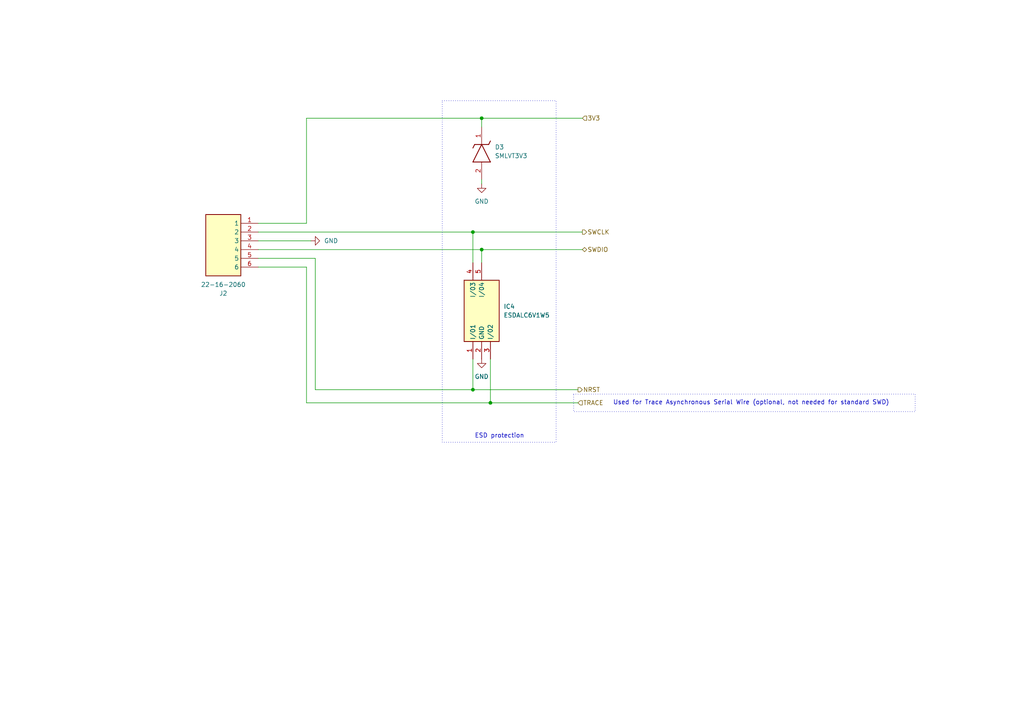
<source format=kicad_sch>
(kicad_sch
	(version 20231120)
	(generator "eeschema")
	(generator_version "8.0")
	(uuid "98f3aaa0-4aed-4c44-8cf2-e8a0100863ec")
	(paper "A4")
	(lib_symbols
		(symbol "SamacSys_Parts:22-16-2060"
			(exclude_from_sim no)
			(in_bom yes)
			(on_board yes)
			(property "Reference" "J"
				(at 16.51 7.62 0)
				(effects
					(font
						(size 1.27 1.27)
					)
					(justify left top)
				)
			)
			(property "Value" "22-16-2060"
				(at 16.51 5.08 0)
				(effects
					(font
						(size 1.27 1.27)
					)
					(justify left top)
				)
			)
			(property "Footprint" "22162060"
				(at 16.51 -94.92 0)
				(effects
					(font
						(size 1.27 1.27)
					)
					(justify left top)
					(hide yes)
				)
			)
			(property "Datasheet" "https://www.molex.com/content/dam/molex/molex-dot-com/products/automated/en-us/salesdrawingpdf/445/4455/022162060_sd.pdf?inline"
				(at 16.51 -194.92 0)
				(effects
					(font
						(size 1.27 1.27)
					)
					(justify left top)
					(hide yes)
				)
			)
			(property "Description" "CONNECTOR, RCPT, 6POS, 2.54MM"
				(at 0 0 0)
				(effects
					(font
						(size 1.27 1.27)
					)
					(hide yes)
				)
			)
			(property "Height" "8.71"
				(at 16.51 -394.92 0)
				(effects
					(font
						(size 1.27 1.27)
					)
					(justify left top)
					(hide yes)
				)
			)
			(property "Manufacturer_Name" "Molex"
				(at 16.51 -494.92 0)
				(effects
					(font
						(size 1.27 1.27)
					)
					(justify left top)
					(hide yes)
				)
			)
			(property "Manufacturer_Part_Number" "22-16-2060"
				(at 16.51 -594.92 0)
				(effects
					(font
						(size 1.27 1.27)
					)
					(justify left top)
					(hide yes)
				)
			)
			(property "Mouser Part Number" "538-22-16-2060"
				(at 16.51 -694.92 0)
				(effects
					(font
						(size 1.27 1.27)
					)
					(justify left top)
					(hide yes)
				)
			)
			(property "Mouser Price/Stock" "https://www.mouser.com/Search/Refine.aspx?Keyword=538-22-16-2060"
				(at 16.51 -794.92 0)
				(effects
					(font
						(size 1.27 1.27)
					)
					(justify left top)
					(hide yes)
				)
			)
			(property "Arrow Part Number" ""
				(at 16.51 -894.92 0)
				(effects
					(font
						(size 1.27 1.27)
					)
					(justify left top)
					(hide yes)
				)
			)
			(property "Arrow Price/Stock" ""
				(at 16.51 -994.92 0)
				(effects
					(font
						(size 1.27 1.27)
					)
					(justify left top)
					(hide yes)
				)
			)
			(symbol "22-16-2060_1_1"
				(rectangle
					(start 5.08 2.54)
					(end 15.24 -15.24)
					(stroke
						(width 0.254)
						(type default)
					)
					(fill
						(type background)
					)
				)
				(pin passive line
					(at 0 0 0)
					(length 5.08)
					(name "1"
						(effects
							(font
								(size 1.27 1.27)
							)
						)
					)
					(number "1"
						(effects
							(font
								(size 1.27 1.27)
							)
						)
					)
				)
				(pin passive line
					(at 0 -2.54 0)
					(length 5.08)
					(name "2"
						(effects
							(font
								(size 1.27 1.27)
							)
						)
					)
					(number "2"
						(effects
							(font
								(size 1.27 1.27)
							)
						)
					)
				)
				(pin passive line
					(at 0 -5.08 0)
					(length 5.08)
					(name "3"
						(effects
							(font
								(size 1.27 1.27)
							)
						)
					)
					(number "3"
						(effects
							(font
								(size 1.27 1.27)
							)
						)
					)
				)
				(pin passive line
					(at 0 -7.62 0)
					(length 5.08)
					(name "4"
						(effects
							(font
								(size 1.27 1.27)
							)
						)
					)
					(number "4"
						(effects
							(font
								(size 1.27 1.27)
							)
						)
					)
				)
				(pin passive line
					(at 0 -10.16 0)
					(length 5.08)
					(name "5"
						(effects
							(font
								(size 1.27 1.27)
							)
						)
					)
					(number "5"
						(effects
							(font
								(size 1.27 1.27)
							)
						)
					)
				)
				(pin passive line
					(at 0 -12.7 0)
					(length 5.08)
					(name "6"
						(effects
							(font
								(size 1.27 1.27)
							)
						)
					)
					(number "6"
						(effects
							(font
								(size 1.27 1.27)
							)
						)
					)
				)
			)
		)
		(symbol "SamacSys_Parts:ESDALC6V1W5"
			(exclude_from_sim no)
			(in_bom yes)
			(on_board yes)
			(property "Reference" "IC"
				(at 24.13 7.62 0)
				(effects
					(font
						(size 1.27 1.27)
					)
					(justify left top)
				)
			)
			(property "Value" "ESDALC6V1W5"
				(at 24.13 5.08 0)
				(effects
					(font
						(size 1.27 1.27)
					)
					(justify left top)
				)
			)
			(property "Footprint" "SOT65P210X110-5N"
				(at 24.13 -94.92 0)
				(effects
					(font
						(size 1.27 1.27)
					)
					(justify left top)
					(hide yes)
				)
			)
			(property "Datasheet" "http://www.st.com/web/en/resource/technical/document/datasheet/CD00002946.pdf"
				(at 24.13 -194.92 0)
				(effects
					(font
						(size 1.27 1.27)
					)
					(justify left top)
					(hide yes)
				)
			)
			(property "Description" "TVS Diode Array Uni-Directional ESDALC6V1W5 Quad, 25W, SOT-323 5-Pin"
				(at 0 0 0)
				(effects
					(font
						(size 1.27 1.27)
					)
					(hide yes)
				)
			)
			(property "Height" "1.1"
				(at 24.13 -394.92 0)
				(effects
					(font
						(size 1.27 1.27)
					)
					(justify left top)
					(hide yes)
				)
			)
			(property "Manufacturer_Name" "STMicroelectronics"
				(at 24.13 -494.92 0)
				(effects
					(font
						(size 1.27 1.27)
					)
					(justify left top)
					(hide yes)
				)
			)
			(property "Manufacturer_Part_Number" "ESDALC6V1W5"
				(at 24.13 -594.92 0)
				(effects
					(font
						(size 1.27 1.27)
					)
					(justify left top)
					(hide yes)
				)
			)
			(property "Mouser Part Number" "511-ESDALC6V1W5"
				(at 24.13 -694.92 0)
				(effects
					(font
						(size 1.27 1.27)
					)
					(justify left top)
					(hide yes)
				)
			)
			(property "Mouser Price/Stock" "https://www.mouser.co.uk/ProductDetail/STMicroelectronics/ESDALC6V1W5?qs=C%2FEejvvdwQ4xcyFnfrFaDw%3D%3D"
				(at 24.13 -794.92 0)
				(effects
					(font
						(size 1.27 1.27)
					)
					(justify left top)
					(hide yes)
				)
			)
			(property "Arrow Part Number" "ESDALC6V1W5"
				(at 24.13 -894.92 0)
				(effects
					(font
						(size 1.27 1.27)
					)
					(justify left top)
					(hide yes)
				)
			)
			(property "Arrow Price/Stock" "https://www.arrow.com/en/products/esdalc6v1w5/stmicroelectronics?utm_currency=USD&region=europe"
				(at 24.13 -994.92 0)
				(effects
					(font
						(size 1.27 1.27)
					)
					(justify left top)
					(hide yes)
				)
			)
			(symbol "ESDALC6V1W5_1_1"
				(rectangle
					(start 5.08 2.54)
					(end 22.86 -7.62)
					(stroke
						(width 0.254)
						(type default)
					)
					(fill
						(type background)
					)
				)
				(pin passive line
					(at 0 0 0)
					(length 5.08)
					(name "I/01"
						(effects
							(font
								(size 1.27 1.27)
							)
						)
					)
					(number "1"
						(effects
							(font
								(size 1.27 1.27)
							)
						)
					)
				)
				(pin passive line
					(at 0 -2.54 0)
					(length 5.08)
					(name "GND"
						(effects
							(font
								(size 1.27 1.27)
							)
						)
					)
					(number "2"
						(effects
							(font
								(size 1.27 1.27)
							)
						)
					)
				)
				(pin passive line
					(at 0 -5.08 0)
					(length 5.08)
					(name "I/02"
						(effects
							(font
								(size 1.27 1.27)
							)
						)
					)
					(number "3"
						(effects
							(font
								(size 1.27 1.27)
							)
						)
					)
				)
				(pin passive line
					(at 27.94 0 180)
					(length 5.08)
					(name "I/03"
						(effects
							(font
								(size 1.27 1.27)
							)
						)
					)
					(number "4"
						(effects
							(font
								(size 1.27 1.27)
							)
						)
					)
				)
				(pin passive line
					(at 27.94 -2.54 180)
					(length 5.08)
					(name "I/04"
						(effects
							(font
								(size 1.27 1.27)
							)
						)
					)
					(number "5"
						(effects
							(font
								(size 1.27 1.27)
							)
						)
					)
				)
			)
		)
		(symbol "SamacSys_Parts:SMLVT3V3"
			(pin_names hide)
			(exclude_from_sim no)
			(in_bom yes)
			(on_board yes)
			(property "Reference" "D"
				(at 10.16 8.89 0)
				(effects
					(font
						(size 1.27 1.27)
					)
					(justify left bottom)
				)
			)
			(property "Value" "SMLVT3V3"
				(at 10.16 6.35 0)
				(effects
					(font
						(size 1.27 1.27)
					)
					(justify left bottom)
				)
			)
			(property "Footprint" "DIOM5436X265N"
				(at 10.16 -93.65 0)
				(effects
					(font
						(size 1.27 1.27)
					)
					(justify left bottom)
					(hide yes)
				)
			)
			(property "Datasheet" "https://www.st.com/resource/en/datasheet/smlvt3v3.pdf"
				(at 10.16 -193.65 0)
				(effects
					(font
						(size 1.27 1.27)
					)
					(justify left bottom)
					(hide yes)
				)
			)
			(property "Description" "STMICROELECTRONICS - SMLVT3V3 - TVS Diode, Transil SMLV Series, Unidirectional, 3.3 V, 10.3 V, DO-214AA (SMB), 2 Pins"
				(at 0 0 0)
				(effects
					(font
						(size 1.27 1.27)
					)
					(hide yes)
				)
			)
			(property "Height" "2.65"
				(at 10.16 -393.65 0)
				(effects
					(font
						(size 1.27 1.27)
					)
					(justify left bottom)
					(hide yes)
				)
			)
			(property "Manufacturer_Name" "STMicroelectronics"
				(at 10.16 -493.65 0)
				(effects
					(font
						(size 1.27 1.27)
					)
					(justify left bottom)
					(hide yes)
				)
			)
			(property "Manufacturer_Part_Number" "SMLVT3V3"
				(at 10.16 -593.65 0)
				(effects
					(font
						(size 1.27 1.27)
					)
					(justify left bottom)
					(hide yes)
				)
			)
			(property "Mouser Part Number" "511-SMLVT3V3"
				(at 10.16 -693.65 0)
				(effects
					(font
						(size 1.27 1.27)
					)
					(justify left bottom)
					(hide yes)
				)
			)
			(property "Mouser Price/Stock" "https://www.mouser.co.uk/ProductDetail/STMicroelectronics/SMLVT3V3?qs=sepekKm5O7kuWZ9%252BIWQuxQ%3D%3D"
				(at 10.16 -793.65 0)
				(effects
					(font
						(size 1.27 1.27)
					)
					(justify left bottom)
					(hide yes)
				)
			)
			(property "Arrow Part Number" "SMLVT3V3"
				(at 10.16 -893.65 0)
				(effects
					(font
						(size 1.27 1.27)
					)
					(justify left bottom)
					(hide yes)
				)
			)
			(property "Arrow Price/Stock" "https://www.arrow.com/en/products/smlvt3v3/stmicroelectronics?region=europe"
				(at 10.16 -993.65 0)
				(effects
					(font
						(size 1.27 1.27)
					)
					(justify left bottom)
					(hide yes)
				)
			)
			(symbol "SMLVT3V3_1_1"
				(polyline
					(pts
						(xy 4.064 2.54) (xy 5.08 2.032)
					)
					(stroke
						(width 0.254)
						(type default)
					)
					(fill
						(type none)
					)
				)
				(polyline
					(pts
						(xy 5.08 -2.032) (xy 5.08 2.032)
					)
					(stroke
						(width 0.254)
						(type default)
					)
					(fill
						(type none)
					)
				)
				(polyline
					(pts
						(xy 5.08 -2.032) (xy 6.096 -2.54)
					)
					(stroke
						(width 0.254)
						(type default)
					)
					(fill
						(type none)
					)
				)
				(polyline
					(pts
						(xy 5.08 0) (xy 10.16 2.54)
					)
					(stroke
						(width 0.254)
						(type default)
					)
					(fill
						(type none)
					)
				)
				(polyline
					(pts
						(xy 10.16 -2.54) (xy 5.08 0)
					)
					(stroke
						(width 0.254)
						(type default)
					)
					(fill
						(type none)
					)
				)
				(polyline
					(pts
						(xy 10.16 -2.54) (xy 10.16 2.54)
					)
					(stroke
						(width 0.254)
						(type default)
					)
					(fill
						(type none)
					)
				)
				(pin passive line
					(at 0 0 0)
					(length 5.08)
					(name "K"
						(effects
							(font
								(size 1.27 1.27)
							)
						)
					)
					(number "1"
						(effects
							(font
								(size 1.27 1.27)
							)
						)
					)
				)
				(pin passive line
					(at 15.24 0 180)
					(length 5.08)
					(name "A"
						(effects
							(font
								(size 1.27 1.27)
							)
						)
					)
					(number "2"
						(effects
							(font
								(size 1.27 1.27)
							)
						)
					)
				)
			)
		)
		(symbol "power:GND"
			(power)
			(pin_numbers hide)
			(pin_names
				(offset 0) hide)
			(exclude_from_sim no)
			(in_bom yes)
			(on_board yes)
			(property "Reference" "#PWR"
				(at 0 -6.35 0)
				(effects
					(font
						(size 1.27 1.27)
					)
					(hide yes)
				)
			)
			(property "Value" "GND"
				(at 0 -3.81 0)
				(effects
					(font
						(size 1.27 1.27)
					)
				)
			)
			(property "Footprint" ""
				(at 0 0 0)
				(effects
					(font
						(size 1.27 1.27)
					)
					(hide yes)
				)
			)
			(property "Datasheet" ""
				(at 0 0 0)
				(effects
					(font
						(size 1.27 1.27)
					)
					(hide yes)
				)
			)
			(property "Description" "Power symbol creates a global label with name \"GND\" , ground"
				(at 0 0 0)
				(effects
					(font
						(size 1.27 1.27)
					)
					(hide yes)
				)
			)
			(property "ki_keywords" "global power"
				(at 0 0 0)
				(effects
					(font
						(size 1.27 1.27)
					)
					(hide yes)
				)
			)
			(symbol "GND_0_1"
				(polyline
					(pts
						(xy 0 0) (xy 0 -1.27) (xy 1.27 -1.27) (xy 0 -2.54) (xy -1.27 -1.27) (xy 0 -1.27)
					)
					(stroke
						(width 0)
						(type default)
					)
					(fill
						(type none)
					)
				)
			)
			(symbol "GND_1_1"
				(pin power_in line
					(at 0 0 270)
					(length 0)
					(name "~"
						(effects
							(font
								(size 1.27 1.27)
							)
						)
					)
					(number "1"
						(effects
							(font
								(size 1.27 1.27)
							)
						)
					)
				)
			)
		)
	)
	(junction
		(at 139.7 34.29)
		(diameter 0)
		(color 0 0 0 0)
		(uuid "19ceaeef-cca9-4173-8254-4d34aa2c5d29")
	)
	(junction
		(at 137.16 67.31)
		(diameter 0)
		(color 0 0 0 0)
		(uuid "57b50729-d5db-4518-b439-2e6820220079")
	)
	(junction
		(at 139.7 72.39)
		(diameter 0)
		(color 0 0 0 0)
		(uuid "835db61d-2ea5-42e2-8115-6ad972dc7e08")
	)
	(junction
		(at 137.16 113.03)
		(diameter 0)
		(color 0 0 0 0)
		(uuid "ded3d262-0d79-4391-b0d0-2f6c04a6f24d")
	)
	(junction
		(at 142.24 116.84)
		(diameter 0)
		(color 0 0 0 0)
		(uuid "eb34b733-03e8-4ee4-88a5-574ed10bbb44")
	)
	(wire
		(pts
			(xy 139.7 52.07) (xy 139.7 53.34)
		)
		(stroke
			(width 0)
			(type default)
		)
		(uuid "005160f5-ccef-4cf0-ab77-e019dbfa31b4")
	)
	(wire
		(pts
			(xy 137.16 104.14) (xy 137.16 113.03)
		)
		(stroke
			(width 0)
			(type default)
		)
		(uuid "1338fbed-df4f-4f28-891b-286588838483")
	)
	(wire
		(pts
			(xy 74.93 67.31) (xy 137.16 67.31)
		)
		(stroke
			(width 0)
			(type default)
		)
		(uuid "21a81b95-270f-4590-9ea8-395bf8f87910")
	)
	(wire
		(pts
			(xy 142.24 116.84) (xy 167.64 116.84)
		)
		(stroke
			(width 0)
			(type default)
		)
		(uuid "2a8dc755-f357-44d4-9b83-c2db41404eb0")
	)
	(wire
		(pts
			(xy 137.16 67.31) (xy 168.91 67.31)
		)
		(stroke
			(width 0)
			(type default)
		)
		(uuid "2f80e080-367e-4ca0-8aeb-e08d4c112703")
	)
	(wire
		(pts
			(xy 88.9 77.47) (xy 74.93 77.47)
		)
		(stroke
			(width 0)
			(type default)
		)
		(uuid "384debb4-a0bd-4467-a734-65c5385af121")
	)
	(wire
		(pts
			(xy 137.16 113.03) (xy 167.64 113.03)
		)
		(stroke
			(width 0)
			(type default)
		)
		(uuid "5ecbe97a-9729-4d78-b41c-0a6055c82d8d")
	)
	(wire
		(pts
			(xy 88.9 116.84) (xy 142.24 116.84)
		)
		(stroke
			(width 0)
			(type default)
		)
		(uuid "60a73ae2-7b16-46d5-a6f6-d3385a5848bb")
	)
	(wire
		(pts
			(xy 139.7 72.39) (xy 168.91 72.39)
		)
		(stroke
			(width 0)
			(type default)
		)
		(uuid "610eed85-4268-49c4-8d3a-3a002762f32e")
	)
	(wire
		(pts
			(xy 139.7 72.39) (xy 139.7 76.2)
		)
		(stroke
			(width 0)
			(type default)
		)
		(uuid "615fd6b3-5362-4f68-bb33-a3b3e9c8af1f")
	)
	(wire
		(pts
			(xy 139.7 36.83) (xy 139.7 34.29)
		)
		(stroke
			(width 0)
			(type default)
		)
		(uuid "61e37893-3b6b-4870-b711-adb9d0b7bfa7")
	)
	(wire
		(pts
			(xy 91.44 74.93) (xy 91.44 113.03)
		)
		(stroke
			(width 0)
			(type default)
		)
		(uuid "7b77b97f-2097-443b-9cb0-ef48551025a7")
	)
	(wire
		(pts
			(xy 88.9 116.84) (xy 88.9 77.47)
		)
		(stroke
			(width 0)
			(type default)
		)
		(uuid "a7d43328-17c7-435c-9103-6c43a0019a0d")
	)
	(wire
		(pts
			(xy 88.9 34.29) (xy 139.7 34.29)
		)
		(stroke
			(width 0)
			(type default)
		)
		(uuid "afdcf8ed-4a02-4118-a4cb-a0eba46fac74")
	)
	(wire
		(pts
			(xy 139.7 34.29) (xy 168.91 34.29)
		)
		(stroke
			(width 0)
			(type default)
		)
		(uuid "b95d0b3f-5fbd-4584-9ce9-be841b6f9360")
	)
	(wire
		(pts
			(xy 74.93 74.93) (xy 91.44 74.93)
		)
		(stroke
			(width 0)
			(type default)
		)
		(uuid "c88f07ef-73da-49bf-a77a-1ed1e5384df1")
	)
	(wire
		(pts
			(xy 142.24 104.14) (xy 142.24 116.84)
		)
		(stroke
			(width 0)
			(type default)
		)
		(uuid "cb1a6b11-522b-4b13-8566-f2bf5052c0d5")
	)
	(wire
		(pts
			(xy 74.93 64.77) (xy 88.9 64.77)
		)
		(stroke
			(width 0)
			(type default)
		)
		(uuid "cda03e7b-ce54-4b93-86df-32b901c62182")
	)
	(wire
		(pts
			(xy 137.16 67.31) (xy 137.16 76.2)
		)
		(stroke
			(width 0)
			(type default)
		)
		(uuid "d9fa2fd0-2e03-4fb5-b236-52cba2fbba52")
	)
	(wire
		(pts
			(xy 74.93 69.85) (xy 90.17 69.85)
		)
		(stroke
			(width 0)
			(type default)
		)
		(uuid "dc0d2196-20e6-4701-833f-7d54e4148cd2")
	)
	(wire
		(pts
			(xy 91.44 113.03) (xy 137.16 113.03)
		)
		(stroke
			(width 0)
			(type default)
		)
		(uuid "e02e9bb0-5eb7-4bfa-9054-4a906765bbf0")
	)
	(wire
		(pts
			(xy 74.93 72.39) (xy 139.7 72.39)
		)
		(stroke
			(width 0)
			(type default)
		)
		(uuid "e0a6495f-779e-41d9-b864-393d4904fda8")
	)
	(wire
		(pts
			(xy 88.9 64.77) (xy 88.9 34.29)
		)
		(stroke
			(width 0)
			(type default)
		)
		(uuid "ef3896ca-edf0-487a-88cb-ef6f6df7172f")
	)
	(rectangle
		(start 128.27 29.21)
		(end 161.29 128.27)
		(stroke
			(width 0)
			(type dot)
		)
		(fill
			(type none)
		)
		(uuid 2345a537-aeb6-42c1-9c54-7958ceed711f)
	)
	(rectangle
		(start 166.37 114.3)
		(end 265.43 119.38)
		(stroke
			(width 0)
			(type dot)
		)
		(fill
			(type none)
		)
		(uuid 45f949fd-eeea-424a-b193-db469927a2d3)
	)
	(text "ESD protection"
		(exclude_from_sim no)
		(at 137.668 126.492 0)
		(effects
			(font
				(size 1.27 1.27)
			)
			(justify left)
		)
		(uuid "cd312894-616e-41b1-941d-d2812d320a91")
	)
	(text "Used for Trace Asynchronous Serial Wire (optional, not needed for standard SWD)"
		(exclude_from_sim no)
		(at 177.8 116.84 0)
		(effects
			(font
				(size 1.27 1.27)
			)
			(justify left)
		)
		(uuid "f6c740a9-1110-4539-8d8a-13f842f08956")
	)
	(hierarchical_label "TRACE"
		(shape input)
		(at 167.64 116.84 0)
		(effects
			(font
				(size 1.27 1.27)
			)
			(justify left)
		)
		(uuid "70e0370f-fe52-4b66-bd1f-ca5cfb04a2e5")
	)
	(hierarchical_label "NRST"
		(shape output)
		(at 167.64 113.03 0)
		(effects
			(font
				(size 1.27 1.27)
			)
			(justify left)
		)
		(uuid "8cf307f3-56eb-4b7d-acbd-44818a85e5d6")
	)
	(hierarchical_label "SWDIO"
		(shape bidirectional)
		(at 168.91 72.39 0)
		(effects
			(font
				(size 1.27 1.27)
			)
			(justify left)
		)
		(uuid "c9e8142f-10d8-4cca-907c-6faadcb986c0")
	)
	(hierarchical_label "SWCLK"
		(shape output)
		(at 168.91 67.31 0)
		(effects
			(font
				(size 1.27 1.27)
			)
			(justify left)
		)
		(uuid "e07f5360-91cb-4d91-a868-21b2cb8f8965")
	)
	(hierarchical_label "3V3"
		(shape input)
		(at 168.91 34.29 0)
		(effects
			(font
				(size 1.27 1.27)
			)
			(justify left)
		)
		(uuid "f710b592-d0b8-4938-aab7-ecf0366cf41e")
	)
	(symbol
		(lib_id "power:GND")
		(at 139.7 104.14 0)
		(unit 1)
		(exclude_from_sim no)
		(in_bom yes)
		(on_board yes)
		(dnp no)
		(fields_autoplaced yes)
		(uuid "33f9b917-eca7-4857-970c-f4ba0dcd90f1")
		(property "Reference" "#PWR028"
			(at 139.7 110.49 0)
			(effects
				(font
					(size 1.27 1.27)
				)
				(hide yes)
			)
		)
		(property "Value" "GND"
			(at 139.7 109.22 0)
			(effects
				(font
					(size 1.27 1.27)
				)
			)
		)
		(property "Footprint" ""
			(at 139.7 104.14 0)
			(effects
				(font
					(size 1.27 1.27)
				)
				(hide yes)
			)
		)
		(property "Datasheet" ""
			(at 139.7 104.14 0)
			(effects
				(font
					(size 1.27 1.27)
				)
				(hide yes)
			)
		)
		(property "Description" "Power symbol creates a global label with name \"GND\" , ground"
			(at 139.7 104.14 0)
			(effects
				(font
					(size 1.27 1.27)
				)
				(hide yes)
			)
		)
		(pin "1"
			(uuid "e569fba9-6bfb-4d16-bb49-542d6a2572f0")
		)
		(instances
			(project "obvod"
				(path "/e8e834c4-1afb-42f7-b718-3cb720dae1d5/d3fe727f-e59c-4b25-a97d-baf79ecd8dec"
					(reference "#PWR028")
					(unit 1)
				)
			)
		)
	)
	(symbol
		(lib_id "SamacSys_Parts:ESDALC6V1W5")
		(at 137.16 104.14 90)
		(unit 1)
		(exclude_from_sim no)
		(in_bom yes)
		(on_board yes)
		(dnp no)
		(fields_autoplaced yes)
		(uuid "423f0bfb-2133-4525-bba0-e94178db512d")
		(property "Reference" "IC4"
			(at 146.05 88.8999 90)
			(effects
				(font
					(size 1.27 1.27)
				)
				(justify right)
			)
		)
		(property "Value" "ESDALC6V1W5"
			(at 146.05 91.4399 90)
			(effects
				(font
					(size 1.27 1.27)
				)
				(justify right)
			)
		)
		(property "Footprint" "SOT65P210X110-5N"
			(at 232.08 80.01 0)
			(effects
				(font
					(size 1.27 1.27)
				)
				(justify left top)
				(hide yes)
			)
		)
		(property "Datasheet" "http://www.st.com/web/en/resource/technical/document/datasheet/CD00002946.pdf"
			(at 332.08 80.01 0)
			(effects
				(font
					(size 1.27 1.27)
				)
				(justify left top)
				(hide yes)
			)
		)
		(property "Description" "TVS Diode Array Uni-Directional ESDALC6V1W5 Quad, 25W, SOT-323 5-Pin"
			(at 137.16 104.14 0)
			(effects
				(font
					(size 1.27 1.27)
				)
				(hide yes)
			)
		)
		(property "Height" "1.1"
			(at 532.08 80.01 0)
			(effects
				(font
					(size 1.27 1.27)
				)
				(justify left top)
				(hide yes)
			)
		)
		(property "Manufacturer_Name" "STMicroelectronics"
			(at 632.08 80.01 0)
			(effects
				(font
					(size 1.27 1.27)
				)
				(justify left top)
				(hide yes)
			)
		)
		(property "Manufacturer_Part_Number" "ESDALC6V1W5"
			(at 732.08 80.01 0)
			(effects
				(font
					(size 1.27 1.27)
				)
				(justify left top)
				(hide yes)
			)
		)
		(property "Mouser Part Number" "511-ESDALC6V1W5"
			(at 832.08 80.01 0)
			(effects
				(font
					(size 1.27 1.27)
				)
				(justify left top)
				(hide yes)
			)
		)
		(property "Mouser Price/Stock" "https://www.mouser.co.uk/ProductDetail/STMicroelectronics/ESDALC6V1W5?qs=C%2FEejvvdwQ4xcyFnfrFaDw%3D%3D"
			(at 932.08 80.01 0)
			(effects
				(font
					(size 1.27 1.27)
				)
				(justify left top)
				(hide yes)
			)
		)
		(property "Arrow Part Number" "ESDALC6V1W5"
			(at 1032.08 80.01 0)
			(effects
				(font
					(size 1.27 1.27)
				)
				(justify left top)
				(hide yes)
			)
		)
		(property "Arrow Price/Stock" "https://www.arrow.com/en/products/esdalc6v1w5/stmicroelectronics?utm_currency=USD&region=europe"
			(at 1132.08 80.01 0)
			(effects
				(font
					(size 1.27 1.27)
				)
				(justify left top)
				(hide yes)
			)
		)
		(pin "1"
			(uuid "316d2056-1079-4ded-a44a-089c8e6892ff")
		)
		(pin "5"
			(uuid "a289e270-ba72-497a-bc62-8e8c4e1dc67b")
		)
		(pin "3"
			(uuid "2d4cb08e-328d-4829-b1cc-c2af250a43e3")
		)
		(pin "2"
			(uuid "7c2fcb47-9c62-4d82-b9fe-95f45a8cc271")
		)
		(pin "4"
			(uuid "3685556e-03a7-498c-b576-d21c1dddea92")
		)
		(instances
			(project "obvod"
				(path "/e8e834c4-1afb-42f7-b718-3cb720dae1d5/d3fe727f-e59c-4b25-a97d-baf79ecd8dec"
					(reference "IC4")
					(unit 1)
				)
			)
		)
	)
	(symbol
		(lib_id "power:GND")
		(at 139.7 53.34 0)
		(unit 1)
		(exclude_from_sim no)
		(in_bom yes)
		(on_board yes)
		(dnp no)
		(fields_autoplaced yes)
		(uuid "4d271392-da76-44b5-8aa3-fc309b4d8678")
		(property "Reference" "#PWR027"
			(at 139.7 59.69 0)
			(effects
				(font
					(size 1.27 1.27)
				)
				(hide yes)
			)
		)
		(property "Value" "GND"
			(at 139.7 58.42 0)
			(effects
				(font
					(size 1.27 1.27)
				)
			)
		)
		(property "Footprint" ""
			(at 139.7 53.34 0)
			(effects
				(font
					(size 1.27 1.27)
				)
				(hide yes)
			)
		)
		(property "Datasheet" ""
			(at 139.7 53.34 0)
			(effects
				(font
					(size 1.27 1.27)
				)
				(hide yes)
			)
		)
		(property "Description" "Power symbol creates a global label with name \"GND\" , ground"
			(at 139.7 53.34 0)
			(effects
				(font
					(size 1.27 1.27)
				)
				(hide yes)
			)
		)
		(pin "1"
			(uuid "b917536b-00bc-4e5c-8f66-21fd981cc32c")
		)
		(instances
			(project "obvod"
				(path "/e8e834c4-1afb-42f7-b718-3cb720dae1d5/d3fe727f-e59c-4b25-a97d-baf79ecd8dec"
					(reference "#PWR027")
					(unit 1)
				)
			)
		)
	)
	(symbol
		(lib_id "SamacSys_Parts:22-16-2060")
		(at 74.93 64.77 0)
		(mirror y)
		(unit 1)
		(exclude_from_sim no)
		(in_bom yes)
		(on_board yes)
		(dnp no)
		(uuid "89a6b4cf-2cae-48b6-8962-82c72cf1975c")
		(property "Reference" "J2"
			(at 64.77 85.09 0)
			(effects
				(font
					(size 1.27 1.27)
				)
			)
		)
		(property "Value" "22-16-2060"
			(at 64.77 82.55 0)
			(effects
				(font
					(size 1.27 1.27)
				)
			)
		)
		(property "Footprint" "22162060"
			(at 58.42 159.69 0)
			(effects
				(font
					(size 1.27 1.27)
				)
				(justify left top)
				(hide yes)
			)
		)
		(property "Datasheet" "https://www.molex.com/content/dam/molex/molex-dot-com/products/automated/en-us/salesdrawingpdf/445/4455/022162060_sd.pdf?inline"
			(at 58.42 259.69 0)
			(effects
				(font
					(size 1.27 1.27)
				)
				(justify left top)
				(hide yes)
			)
		)
		(property "Description" "CONNECTOR, RCPT, 6POS, 2.54MM"
			(at 74.93 64.77 0)
			(effects
				(font
					(size 1.27 1.27)
				)
				(hide yes)
			)
		)
		(property "Height" "8.71"
			(at 58.42 459.69 0)
			(effects
				(font
					(size 1.27 1.27)
				)
				(justify left top)
				(hide yes)
			)
		)
		(property "Manufacturer_Name" "Molex"
			(at 58.42 559.69 0)
			(effects
				(font
					(size 1.27 1.27)
				)
				(justify left top)
				(hide yes)
			)
		)
		(property "Manufacturer_Part_Number" "22-16-2060"
			(at 58.42 659.69 0)
			(effects
				(font
					(size 1.27 1.27)
				)
				(justify left top)
				(hide yes)
			)
		)
		(property "Mouser Part Number" "538-22-16-2060"
			(at 58.42 759.69 0)
			(effects
				(font
					(size 1.27 1.27)
				)
				(justify left top)
				(hide yes)
			)
		)
		(property "Mouser Price/Stock" "https://www.mouser.com/Search/Refine.aspx?Keyword=538-22-16-2060"
			(at 58.42 859.69 0)
			(effects
				(font
					(size 1.27 1.27)
				)
				(justify left top)
				(hide yes)
			)
		)
		(property "Arrow Part Number" ""
			(at 58.42 959.69 0)
			(effects
				(font
					(size 1.27 1.27)
				)
				(justify left top)
				(hide yes)
			)
		)
		(property "Arrow Price/Stock" ""
			(at 58.42 1059.69 0)
			(effects
				(font
					(size 1.27 1.27)
				)
				(justify left top)
				(hide yes)
			)
		)
		(pin "4"
			(uuid "d66065a6-f1fd-4d87-aaac-3e816cbdb424")
		)
		(pin "6"
			(uuid "c83f8e8a-d54e-4ad8-88dc-2fa6f345b15c")
		)
		(pin "3"
			(uuid "5cd74d43-db2d-4d8c-a698-d932fde8666c")
		)
		(pin "2"
			(uuid "90f1d418-4f55-43db-8fd9-ca7e6fbbe7fe")
		)
		(pin "1"
			(uuid "b9a6bff2-3266-4d07-b1dc-369e5b6d9fab")
		)
		(pin "5"
			(uuid "f07cdde2-3539-4aae-b027-05361e3d936d")
		)
		(instances
			(project ""
				(path "/e8e834c4-1afb-42f7-b718-3cb720dae1d5/d3fe727f-e59c-4b25-a97d-baf79ecd8dec"
					(reference "J2")
					(unit 1)
				)
			)
		)
	)
	(symbol
		(lib_id "SamacSys_Parts:SMLVT3V3")
		(at 139.7 36.83 270)
		(unit 1)
		(exclude_from_sim no)
		(in_bom yes)
		(on_board yes)
		(dnp no)
		(fields_autoplaced yes)
		(uuid "a624e711-1b66-4eda-93cd-1d287d9822f8")
		(property "Reference" "D3"
			(at 143.51 42.6719 90)
			(effects
				(font
					(size 1.27 1.27)
				)
				(justify left)
			)
		)
		(property "Value" "SMLVT3V3"
			(at 143.51 45.2119 90)
			(effects
				(font
					(size 1.27 1.27)
				)
				(justify left)
			)
		)
		(property "Footprint" "DIOM5436X265N"
			(at 46.05 46.99 0)
			(effects
				(font
					(size 1.27 1.27)
				)
				(justify left bottom)
				(hide yes)
			)
		)
		(property "Datasheet" "https://www.st.com/resource/en/datasheet/smlvt3v3.pdf"
			(at -53.95 46.99 0)
			(effects
				(font
					(size 1.27 1.27)
				)
				(justify left bottom)
				(hide yes)
			)
		)
		(property "Description" "STMICROELECTRONICS - SMLVT3V3 - TVS Diode, Transil SMLV Series, Unidirectional, 3.3 V, 10.3 V, DO-214AA (SMB), 2 Pins"
			(at 139.7 36.83 0)
			(effects
				(font
					(size 1.27 1.27)
				)
				(hide yes)
			)
		)
		(property "Height" "2.65"
			(at -253.95 46.99 0)
			(effects
				(font
					(size 1.27 1.27)
				)
				(justify left bottom)
				(hide yes)
			)
		)
		(property "Manufacturer_Name" "STMicroelectronics"
			(at -353.95 46.99 0)
			(effects
				(font
					(size 1.27 1.27)
				)
				(justify left bottom)
				(hide yes)
			)
		)
		(property "Manufacturer_Part_Number" "SMLVT3V3"
			(at -453.95 46.99 0)
			(effects
				(font
					(size 1.27 1.27)
				)
				(justify left bottom)
				(hide yes)
			)
		)
		(property "Mouser Part Number" "511-SMLVT3V3"
			(at -553.95 46.99 0)
			(effects
				(font
					(size 1.27 1.27)
				)
				(justify left bottom)
				(hide yes)
			)
		)
		(property "Mouser Price/Stock" "https://www.mouser.co.uk/ProductDetail/STMicroelectronics/SMLVT3V3?qs=sepekKm5O7kuWZ9%252BIWQuxQ%3D%3D"
			(at -653.95 46.99 0)
			(effects
				(font
					(size 1.27 1.27)
				)
				(justify left bottom)
				(hide yes)
			)
		)
		(property "Arrow Part Number" "SMLVT3V3"
			(at -753.95 46.99 0)
			(effects
				(font
					(size 1.27 1.27)
				)
				(justify left bottom)
				(hide yes)
			)
		)
		(property "Arrow Price/Stock" "https://www.arrow.com/en/products/smlvt3v3/stmicroelectronics?region=europe"
			(at -853.95 46.99 0)
			(effects
				(font
					(size 1.27 1.27)
				)
				(justify left bottom)
				(hide yes)
			)
		)
		(pin "1"
			(uuid "743e3b60-ca46-4daf-8b86-e19d6d69f91d")
		)
		(pin "2"
			(uuid "b673aaf3-8951-4d45-8a79-6b09372028c1")
		)
		(instances
			(project "obvod"
				(path "/e8e834c4-1afb-42f7-b718-3cb720dae1d5/d3fe727f-e59c-4b25-a97d-baf79ecd8dec"
					(reference "D3")
					(unit 1)
				)
			)
		)
	)
	(symbol
		(lib_id "power:GND")
		(at 90.17 69.85 90)
		(unit 1)
		(exclude_from_sim no)
		(in_bom yes)
		(on_board yes)
		(dnp no)
		(fields_autoplaced yes)
		(uuid "c1d066f7-9c28-44e7-b04e-1048b0a0e96a")
		(property "Reference" "#PWR013"
			(at 96.52 69.85 0)
			(effects
				(font
					(size 1.27 1.27)
				)
				(hide yes)
			)
		)
		(property "Value" "GND"
			(at 93.98 69.8499 90)
			(effects
				(font
					(size 1.27 1.27)
				)
				(justify right)
			)
		)
		(property "Footprint" ""
			(at 90.17 69.85 0)
			(effects
				(font
					(size 1.27 1.27)
				)
				(hide yes)
			)
		)
		(property "Datasheet" ""
			(at 90.17 69.85 0)
			(effects
				(font
					(size 1.27 1.27)
				)
				(hide yes)
			)
		)
		(property "Description" "Power symbol creates a global label with name \"GND\" , ground"
			(at 90.17 69.85 0)
			(effects
				(font
					(size 1.27 1.27)
				)
				(hide yes)
			)
		)
		(pin "1"
			(uuid "7cd583fa-2acb-43db-aaa3-0c2aca7b717a")
		)
		(instances
			(project ""
				(path "/e8e834c4-1afb-42f7-b718-3cb720dae1d5/d3fe727f-e59c-4b25-a97d-baf79ecd8dec"
					(reference "#PWR013")
					(unit 1)
				)
			)
		)
	)
)

</source>
